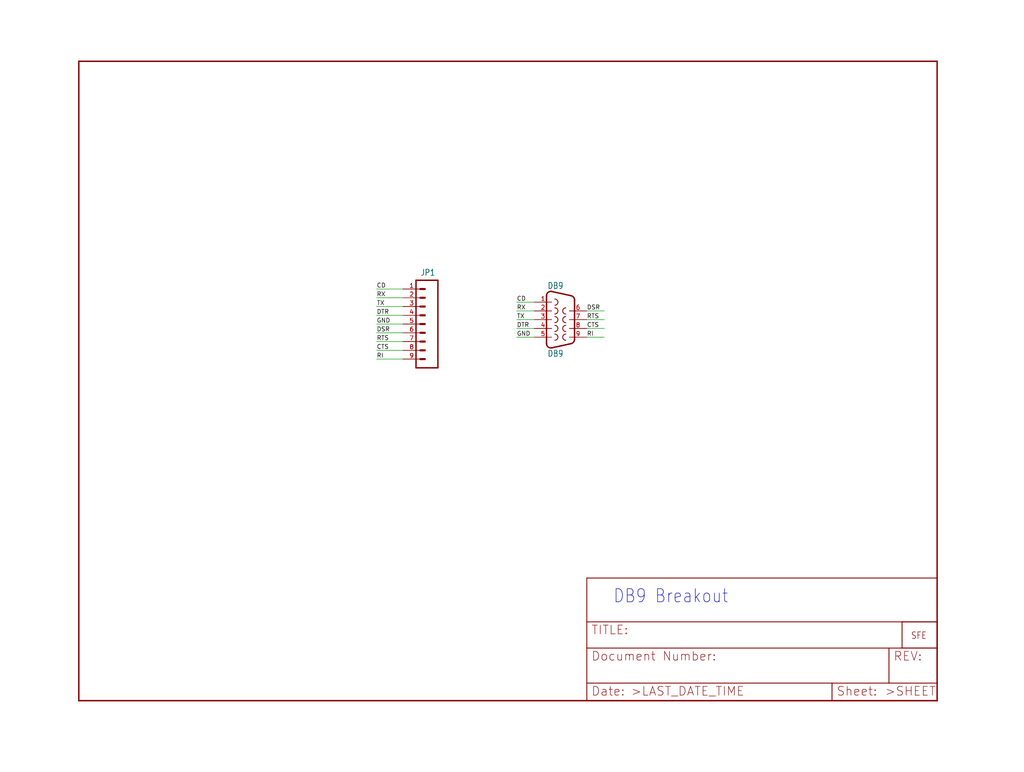
<source format=kicad_sch>
(kicad_sch (version 20211123) (generator eeschema)
  (paper "User" 297.002 223.926)
  (lib_symbols
    (symbol "schematicEagle-eagle-import:DB9"
      (property "Reference" "X" (at -3.81 8.89 0))
      (property "Value" "DB9" (at -3.81 -10.795 0))
      (symbol "DB9_1_0"
        (arc (start -4.064 -6.9312) (mid -3.5903 -7.9205) (end -2.5226 -8.1719) (stroke (width 0.4064)))
        (arc (start -2.5226 8.172) (mid -3.5903 7.9205) (end -4.064 6.9312) (stroke (width 0.4064)))
        (arc (start -1.651 -5.969) (mid -0.762 -5.08) (end -1.651 -4.191) (stroke (width 0.254)))
        (arc (start -1.651 -3.429) (mid -0.762 -2.54) (end -1.651 -1.651) (stroke (width 0.254)))
        (arc (start -1.651 -0.889) (mid -0.762 0) (end -1.651 0.889) (stroke (width 0.254)))
        (arc (start -1.651 1.651) (mid -0.762 2.54) (end -1.651 3.429) (stroke (width 0.254)))
        (arc (start -1.651 4.191) (mid -0.762 5.08) (end -1.651 5.969) (stroke (width 0.254)))
        (polyline (pts (xy -4.064 -6.9312) (xy -4.064 6.9312)) (stroke (width 0.4064)))
        (polyline (pts (xy -2.5226 -8.1718) (xy 0 -7.62)) (stroke (width 0.4064)))
        (polyline (pts (xy -2.5226 8.1718) (xy 0 7.62)) (stroke (width 0.4064)))
        (polyline (pts (xy 0 -7.62) (xy 3.0654 -6.9494)) (stroke (width 0.4064)))
        (polyline (pts (xy 0 7.62) (xy 3.0654 6.9494)) (stroke (width 0.4064)))
        (polyline (pts (xy 4.064 -5.7088) (xy 4.064 5.7088)) (stroke (width 0.4064)))
        (arc (start 1.524 -4.191) (mid 0.635 -5.08) (end 1.524 -5.969) (stroke (width 0.254)))
        (arc (start 1.524 -1.651) (mid 0.635 -2.54) (end 1.524 -3.429) (stroke (width 0.254)))
        (arc (start 1.524 0.889) (mid 0.635 0) (end 1.524 -0.889) (stroke (width 0.254)))
        (arc (start 1.524 3.429) (mid 0.635 2.54) (end 1.524 1.651) (stroke (width 0.254)))
        (arc (start 3.0654 -6.9494) (mid 3.7833 -6.5051) (end 4.064 -5.7088) (stroke (width 0.4064)))
        (arc (start 4.0642 5.7088) (mid 3.7836 6.5053) (end 3.0654 6.9495) (stroke (width 0.4064)))
        (pin passive line (at -7.62 5.08 0) (length 5.08) (name "1") (number "1"))
        (pin passive line (at -7.62 2.54 0) (length 5.08) (name "2") (number "2"))
        (pin passive line (at -7.62 0 0) (length 5.08) (name "3") (number "3"))
        (pin passive line (at -7.62 -2.54 0) (length 5.08) (name "4") (number "4"))
        (pin passive line (at -7.62 -5.08 0) (length 5.08) (name "5") (number "5"))
        (pin passive line (at 7.62 2.54 180) (length 5.08) (name "6") (number "6"))
        (pin passive line (at 7.62 0 180) (length 5.08) (name "7") (number "7"))
        (pin passive line (at 7.62 -2.54 180) (length 5.08) (name "8") (number "8"))
        (pin passive line (at 7.62 -5.08 180) (length 5.08) (name "9") (number "9"))
      )
    )
    (symbol "schematicEagle-eagle-import:FRAME-LETTER"
      (symbol "FRAME-LETTER_1_0"
        (polyline (pts (xy 0 0) (xy 248.92 0)) (stroke (width 0.4064)))
        (polyline (pts (xy 0 185.42) (xy 0 0)) (stroke (width 0.4064)))
        (polyline (pts (xy 0 185.42) (xy 248.92 185.42)) (stroke (width 0.4064)))
        (polyline (pts (xy 248.92 185.42) (xy 248.92 0)) (stroke (width 0.4064)))
      )
      (symbol "FRAME-LETTER_2_0"
        (polyline (pts (xy 0 0) (xy 0 5.08)) (stroke (width 0.254)))
        (polyline (pts (xy 0 0) (xy 71.12 0)) (stroke (width 0.254)))
        (polyline (pts (xy 0 5.08) (xy 0 15.24)) (stroke (width 0.254)))
        (polyline (pts (xy 0 5.08) (xy 71.12 5.08)) (stroke (width 0.254)))
        (polyline (pts (xy 0 15.24) (xy 0 22.86)) (stroke (width 0.254)))
        (polyline (pts (xy 0 22.86) (xy 0 35.56)) (stroke (width 0.254)))
        (polyline (pts (xy 0 22.86) (xy 101.6 22.86)) (stroke (width 0.254)))
        (polyline (pts (xy 71.12 0) (xy 101.6 0)) (stroke (width 0.254)))
        (polyline (pts (xy 71.12 5.08) (xy 71.12 0)) (stroke (width 0.254)))
        (polyline (pts (xy 71.12 5.08) (xy 87.63 5.08)) (stroke (width 0.254)))
        (polyline (pts (xy 87.63 5.08) (xy 101.6 5.08)) (stroke (width 0.254)))
        (polyline (pts (xy 87.63 15.24) (xy 0 15.24)) (stroke (width 0.254)))
        (polyline (pts (xy 87.63 15.24) (xy 87.63 5.08)) (stroke (width 0.254)))
        (polyline (pts (xy 101.6 5.08) (xy 101.6 0)) (stroke (width 0.254)))
        (polyline (pts (xy 101.6 15.24) (xy 87.63 15.24)) (stroke (width 0.254)))
        (polyline (pts (xy 101.6 15.24) (xy 101.6 5.08)) (stroke (width 0.254)))
        (polyline (pts (xy 101.6 22.86) (xy 101.6 15.24)) (stroke (width 0.254)))
        (polyline (pts (xy 101.6 35.56) (xy 0 35.56)) (stroke (width 0.254)))
        (polyline (pts (xy 101.6 35.56) (xy 101.6 22.86)) (stroke (width 0.254)))
        (text ">LAST_DATE_TIME" (at 12.7 1.27 0) (effects (font (size 2.54 2.54)) (justify left bottom)))
        (text ">SHEET" (at 86.36 1.27 0) (effects (font (size 2.54 2.54)) (justify left bottom)))
        (text "Date:" (at 1.27 1.27 0) (effects (font (size 2.54 2.54)) (justify left bottom)))
        (text "Document Number:" (at 1.27 11.43 0) (effects (font (size 2.54 2.54)) (justify left bottom)))
        (text "REV:" (at 88.9 11.43 0) (effects (font (size 2.54 2.54)) (justify left bottom)))
        (text "Sheet:" (at 72.39 1.27 0) (effects (font (size 2.54 2.54)) (justify left bottom)))
        (text "TITLE:" (at 1.27 19.05 0) (effects (font (size 2.54 2.54)) (justify left bottom)))
      )
    )
    (symbol "schematicEagle-eagle-import:LOGO-SFENEW"
      (symbol "LOGO-SFENEW_1_0"
        (polyline (pts (xy -2.54 -2.54) (xy 7.62 -2.54)) (stroke (width 0.254)))
        (polyline (pts (xy -2.54 5.08) (xy -2.54 -2.54)) (stroke (width 0.254)))
        (polyline (pts (xy 7.62 -2.54) (xy 7.62 5.08)) (stroke (width 0.254)))
        (polyline (pts (xy 7.62 5.08) (xy -2.54 5.08)) (stroke (width 0.254)))
        (text "SFE" (at 0 0 0) (effects (font (size 1.9304 1.6408)) (justify left bottom)))
      )
    )
    (symbol "schematicEagle-eagle-import:M09"
      (property "Value" "M09" (at 0 -15.24 0))
      (symbol "M09_1_0"
        (polyline (pts (xy 0 12.7) (xy 0 -12.7)) (stroke (width 0.4064)))
        (polyline (pts (xy 0 12.7) (xy 6.35 12.7)) (stroke (width 0.4064)))
        (polyline (pts (xy 3.81 -10.16) (xy 5.08 -10.16)) (stroke (width 0.6096)))
        (polyline (pts (xy 3.81 -7.62) (xy 5.08 -7.62)) (stroke (width 0.6096)))
        (polyline (pts (xy 3.81 -5.08) (xy 5.08 -5.08)) (stroke (width 0.6096)))
        (polyline (pts (xy 3.81 -2.54) (xy 5.08 -2.54)) (stroke (width 0.6096)))
        (polyline (pts (xy 3.81 0) (xy 5.08 0)) (stroke (width 0.6096)))
        (polyline (pts (xy 3.81 2.54) (xy 5.08 2.54)) (stroke (width 0.6096)))
        (polyline (pts (xy 3.81 5.08) (xy 5.08 5.08)) (stroke (width 0.6096)))
        (polyline (pts (xy 3.81 7.62) (xy 5.08 7.62)) (stroke (width 0.6096)))
        (polyline (pts (xy 3.81 10.16) (xy 5.08 10.16)) (stroke (width 0.6096)))
        (polyline (pts (xy 6.35 -12.7) (xy 0 -12.7)) (stroke (width 0.4064)))
        (polyline (pts (xy 6.35 -12.7) (xy 6.35 12.7)) (stroke (width 0.4064)))
        (pin passive line (at 10.16 -10.16 180) (length 5.08) (name "1") (number "1"))
        (pin passive line (at 10.16 -7.62 180) (length 5.08) (name "2") (number "2"))
        (pin passive line (at 10.16 -5.08 180) (length 5.08) (name "3") (number "3"))
        (pin passive line (at 10.16 -2.54 180) (length 5.08) (name "4") (number "4"))
        (pin passive line (at 10.16 0 180) (length 5.08) (name "5") (number "5"))
        (pin passive line (at 10.16 2.54 180) (length 5.08) (name "6") (number "6"))
        (pin passive line (at 10.16 5.08 180) (length 5.08) (name "7") (number "7"))
        (pin passive line (at 10.16 7.62 180) (length 5.08) (name "8") (number "8"))
        (pin passive line (at 10.16 10.16 180) (length 5.08) (name "9") (number "9"))
      )
    )
  )
  (wire (pts (xy 116.84 104.14) (xy 109.22 104.14)))
  (wire (pts (xy 154.94 97.79) (xy 149.86 97.79)))
  (wire (pts (xy 154.94 95.25) (xy 149.86 95.25)))
  (wire (pts (xy 170.18 95.25) (xy 175.26 95.25)))
  (wire (pts (xy 154.94 87.63) (xy 149.86 87.63)))
  (wire (pts (xy 170.18 90.17) (xy 175.26 90.17)))
  (wire (pts (xy 116.84 88.9) (xy 109.22 88.9)))
  (wire (pts (xy 116.84 99.06) (xy 109.22 99.06)))
  (wire (pts (xy 116.84 83.82) (xy 109.22 83.82)))
  (wire (pts (xy 116.84 86.36) (xy 109.22 86.36)))
  (wire (pts (xy 154.94 92.71) (xy 149.86 92.71)))
  (wire (pts (xy 116.84 96.52) (xy 109.22 96.52)))
  (wire (pts (xy 116.84 91.44) (xy 109.22 91.44)))
  (wire (pts (xy 154.94 90.17) (xy 149.86 90.17)))
  (wire (pts (xy 170.18 97.79) (xy 175.26 97.79)))
  (wire (pts (xy 116.84 101.6) (xy 109.22 101.6)))
  (wire (pts (xy 116.84 93.98) (xy 109.22 93.98)))
  (wire (pts (xy 170.18 92.71) (xy 175.26 92.71)))
  (text "DB9 Breakout" (at 177.8 175.26 180) (effects (font (size 3.81 3.2385)) (justify left bottom)))
  (label "CD" (at 109.22 83.82 0) (effects (font (size 1.2446 1.2446))))
  (label "RTS" (at 170.18 92.71 0) (effects (font (size 1.2446 1.2446))))
  (label "TX" (at 149.86 92.71 0) (effects (font (size 1.2446 1.2446))))
  (label "TX" (at 109.22 88.9 0) (effects (font (size 1.2446 1.2446))))
  (label "DTR" (at 149.86 95.25 0) (effects (font (size 1.2446 1.2446))))
  (label "GND" (at 149.86 97.79 0) (effects (font (size 1.2446 1.2446))))
  (label "RI" (at 109.22 104.14 0) (effects (font (size 1.2446 1.2446))))
  (label "RTS" (at 109.22 99.06 0) (effects (font (size 1.2446 1.2446))))
  (label "DSR" (at 109.22 96.52 0) (effects (font (size 1.2446 1.2446))))
  (label "GND" (at 109.22 93.98 0) (effects (font (size 1.2446 1.2446))))
  (label "CD" (at 149.86 87.63 0) (effects (font (size 1.2446 1.2446))))
  (label "DSR" (at 170.18 90.17 0) (effects (font (size 1.2446 1.2446))))
  (label "DTR" (at 109.22 91.44 0) (effects (font (size 1.2446 1.2446))))
  (label "RI" (at 170.18 97.79 0) (effects (font (size 1.2446 1.2446))))
  (label "CTS" (at 109.22 101.6 0) (effects (font (size 1.2446 1.2446))))
  (label "RX" (at 109.22 86.36 0) (effects (font (size 1.2446 1.2446))))
  (label "RX" (at 149.86 90.17 0) (effects (font (size 1.2446 1.2446))))
  (label "CTS" (at 170.18 95.25 0) (effects (font (size 1.2446 1.2446))))
  (symbol (lib_id "schematicEagle-eagle-import:DB9") (at 162.56 92.71 0) (unit 1)
    (property "Reference" "DB9" (at 158.75 83.82 0) (effects (font (size 1.778 1.5113)) (justify left bottom)))
    (property "Value" "DB9" (at 158.75 103.505 0) (effects (font (size 1.778 1.5113)) (justify left bottom)))
    (property "Footprint" "schematicEagle:DB9" (effects hide))
  )
  (symbol (lib_id "schematicEagle-eagle-import:M09") (at 127 93.98 180) (unit 1)
    (property "Reference" "JP1" (at 121.92 80.01 0) (effects (font (size 1.778 1.5113)) (justify right top)))
    (property "Value" "M09" (effects hide))
    (property "Footprint" "schematicEagle:1X09" (effects hide))
  )
  (symbol (lib_id "schematicEagle-eagle-import:LOGO-SFENEW") (at 264.16 185.42 0) (unit 1)
    (property "Reference" "U$2" (effects hide))
    (property "Value" "LOGO-SFENEW" (effects hide))
    (property "Footprint" "schematicEagle:SFE-NEW-WEBLOGO" (effects hide))
  )
  (symbol (lib_id "schematicEagle-eagle-import:FRAME-LETTER") (at 22.86 203.2 0) (unit 1)
    (property "Reference" "#FRAME1" (effects hide))
    (property "Value" "FRAME-LETTER" (effects hide))
    (property "Footprint" "schematicEagle:" (effects hide))
  )
  (symbol (lib_id "schematicEagle-eagle-import:FRAME-LETTER") (at 170.18 203.2 0) (unit 2)
    (property "Reference" "#FRAME1" (effects hide))
    (property "Value" "FRAME-LETTER" (effects hide))
    (property "Footprint" "schematicEagle:" (effects hide))
  )
)
</source>
